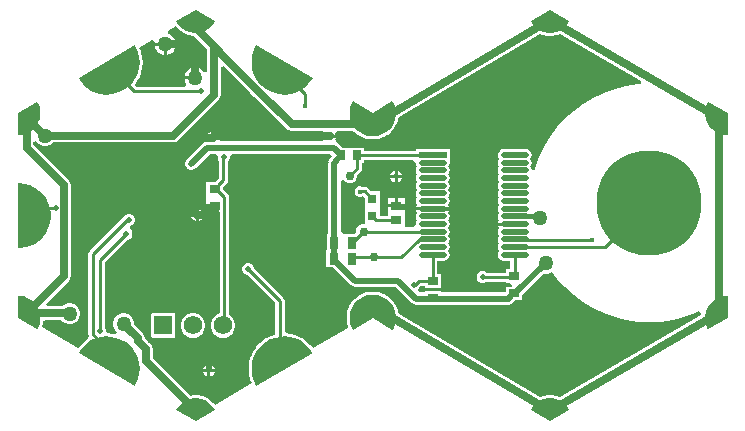
<source format=gbr>
G04*
G04 #@! TF.GenerationSoftware,Altium Limited,Altium Designer,25.8.1 (18)*
G04*
G04 Layer_Physical_Order=1*
G04 Layer_Color=255*
%FSLAX44Y44*%
%MOMM*%
G71*
G04*
G04 #@! TF.SameCoordinates,DC2A109C-38F9-4662-A5C9-921089D2BF11*
G04*
G04*
G04 #@! TF.FilePolarity,Positive*
G04*
G01*
G75*
%ADD15C,0.2540*%
G04:AMPARAMS|DCode=18|XSize=1mm|YSize=1mm|CornerRadius=0.5mm|HoleSize=0mm|Usage=FLASHONLY|Rotation=90.000|XOffset=0mm|YOffset=0mm|HoleType=Round|Shape=RoundedRectangle|*
%AMROUNDEDRECTD18*
21,1,1.0000,0.0000,0,0,90.0*
21,1,0.0000,1.0000,0,0,90.0*
1,1,1.0000,0.0000,0.0000*
1,1,1.0000,0.0000,0.0000*
1,1,1.0000,0.0000,0.0000*
1,1,1.0000,0.0000,0.0000*
%
%ADD18ROUNDEDRECTD18*%
%ADD19R,0.8000X0.8000*%
G04:AMPARAMS|DCode=20|XSize=1mm|YSize=1mm|CornerRadius=0.5mm|HoleSize=0mm|Usage=FLASHONLY|Rotation=210.000|XOffset=0mm|YOffset=0mm|HoleType=Round|Shape=RoundedRectangle|*
%AMROUNDEDRECTD20*
21,1,1.0000,0.0000,0,0,210.0*
21,1,0.0000,1.0000,0,0,210.0*
1,1,1.0000,0.0000,0.0000*
1,1,1.0000,0.0000,0.0000*
1,1,1.0000,0.0000,0.0000*
1,1,1.0000,0.0000,0.0000*
%
%ADD20ROUNDEDRECTD20*%
G04:AMPARAMS|DCode=21|XSize=1mm|YSize=1mm|CornerRadius=0.5mm|HoleSize=0mm|Usage=FLASHONLY|Rotation=150.000|XOffset=0mm|YOffset=0mm|HoleType=Round|Shape=RoundedRectangle|*
%AMROUNDEDRECTD21*
21,1,1.0000,0.0000,0,0,150.0*
21,1,0.0000,1.0000,0,0,150.0*
1,1,1.0000,0.0000,0.0000*
1,1,1.0000,0.0000,0.0000*
1,1,1.0000,0.0000,0.0000*
1,1,1.0000,0.0000,0.0000*
%
%ADD21ROUNDEDRECTD21*%
%ADD22R,0.6587X0.8121*%
%ADD23R,0.9000X0.6500*%
%ADD24R,0.8000X1.0000*%
G04:AMPARAMS|DCode=25|XSize=2.3528mm|YSize=0.4949mm|CornerRadius=0.2475mm|HoleSize=0mm|Usage=FLASHONLY|Rotation=0.000|XOffset=0mm|YOffset=0mm|HoleType=Round|Shape=RoundedRectangle|*
%AMROUNDEDRECTD25*
21,1,2.3528,0.0000,0,0,0.0*
21,1,1.8579,0.4949,0,0,0.0*
1,1,0.4949,0.9290,0.0000*
1,1,0.4949,-0.9290,0.0000*
1,1,0.4949,-0.9290,0.0000*
1,1,0.4949,0.9290,0.0000*
%
%ADD25ROUNDEDRECTD25*%
%ADD26R,2.3528X0.4949*%
%ADD27R,0.8900X0.6400*%
%ADD28R,0.9500X0.8000*%
%ADD29C,8.8900*%
%ADD36R,1.5700X1.5700*%
%ADD37C,1.5700*%
%ADD38C,0.5080*%
%ADD39C,0.3810*%
%ADD40C,0.6350*%
%ADD41C,0.5080*%
%ADD42C,1.2700*%
%ADD43C,0.7620*%
%ADD44C,0.3810*%
G36*
X163910Y164387D02*
X163116Y162923D01*
X161034Y160324D01*
X158522Y158138D01*
X155660Y156435D01*
X152541Y155268D01*
X149264Y154675D01*
X145934D01*
X142657Y155268D01*
X139538Y156435D01*
X136677Y158138D01*
X134165Y160324D01*
X132082Y162923D01*
X131289Y164387D01*
X131289Y164387D01*
X147599Y173778D01*
X163910Y164387D01*
D02*
G37*
G36*
X-136089D02*
X-136883Y162923D01*
X-138966Y160324D01*
X-141478Y158138D01*
X-144339Y156435D01*
X-147458Y155268D01*
X-150735Y154675D01*
X-154065D01*
X-157342Y155268D01*
X-160461Y156435D01*
X-163322Y158138D01*
X-165834Y160324D01*
X-167917Y162923D01*
X-168711Y164387D01*
X-168710Y164387D01*
X-152400Y173778D01*
X-136089Y164387D01*
D02*
G37*
G36*
X224899Y113854D02*
X224302Y111385D01*
X221895Y111266D01*
X212082Y109811D01*
X202460Y107400D01*
X193119Y104058D01*
X184152Y99817D01*
X175643Y94717D01*
X167675Y88808D01*
X160325Y82146D01*
X153663Y74796D01*
X147754Y66828D01*
X142654Y58319D01*
X138412Y49352D01*
X135070Y40011D01*
X134725Y38632D01*
X132142Y38775D01*
X131862Y40182D01*
X130998Y41475D01*
X131862Y42769D01*
X132252Y44725D01*
X131862Y46682D01*
X130998Y47975D01*
X131862Y49269D01*
X132252Y51225D01*
X131862Y53182D01*
X130754Y54841D01*
X129095Y55949D01*
X127139Y56338D01*
X108560D01*
X106603Y55949D01*
X104944Y54841D01*
X103836Y53182D01*
X103447Y51225D01*
X103836Y49269D01*
X104700Y47975D01*
X103836Y46682D01*
X103447Y44725D01*
X103836Y42769D01*
X104700Y41475D01*
X103836Y40182D01*
X103447Y38225D01*
X103836Y36269D01*
X104700Y34975D01*
X103836Y33682D01*
X103447Y31725D01*
X103836Y29769D01*
X104700Y28475D01*
X103836Y27182D01*
X103447Y25225D01*
X103836Y23269D01*
X104700Y21975D01*
X103836Y20682D01*
X103447Y18725D01*
X103836Y16769D01*
X104700Y15475D01*
X103836Y14182D01*
X103447Y12225D01*
X103836Y10269D01*
X104700Y8975D01*
X103836Y7682D01*
X103447Y5725D01*
X103836Y3769D01*
X104700Y2475D01*
X103836Y1182D01*
X103447Y-775D01*
X103836Y-2731D01*
X104700Y-4025D01*
X103836Y-5318D01*
X103699Y-6005D01*
X117849D01*
Y-8545D01*
X103699D01*
X103836Y-9231D01*
X104700Y-10525D01*
X103836Y-11818D01*
X103447Y-13775D01*
X103836Y-15731D01*
X104700Y-17025D01*
X103836Y-18318D01*
X103447Y-20275D01*
X103836Y-22231D01*
X104700Y-23525D01*
X103836Y-24818D01*
X103447Y-26775D01*
X103836Y-28731D01*
X104700Y-30025D01*
X103836Y-31318D01*
X103447Y-33275D01*
X103836Y-35231D01*
X104944Y-36890D01*
X106603Y-37998D01*
X108560Y-38388D01*
X113964D01*
Y-45706D01*
X110069D01*
Y-48487D01*
X93887D01*
X93465Y-48065D01*
X91598Y-47291D01*
X89577D01*
X87710Y-48065D01*
X86281Y-49494D01*
X85508Y-51361D01*
Y-53382D01*
X86281Y-55249D01*
X87710Y-56678D01*
X89577Y-57451D01*
X91598D01*
X93465Y-56678D01*
X93887Y-56256D01*
X110069D01*
Y-57286D01*
X113782D01*
X115140Y-59826D01*
X114886Y-60206D01*
X110069D01*
Y-64534D01*
X109633Y-65187D01*
X55571D01*
Y-64362D01*
X41491D01*
Y-65187D01*
X37527D01*
X35665Y-63031D01*
X35668Y-63016D01*
X37097Y-61587D01*
X37806Y-59874D01*
X38005Y-59675D01*
X41491D01*
Y-61442D01*
X55571D01*
Y-49862D01*
X52231D01*
Y-38388D01*
X57636D01*
X59592Y-37998D01*
X61251Y-36890D01*
X62359Y-35231D01*
X62749Y-33275D01*
X62359Y-31318D01*
X61495Y-30025D01*
X62359Y-28731D01*
X62749Y-26775D01*
X62359Y-24818D01*
X61495Y-23525D01*
X62359Y-22231D01*
X62749Y-20275D01*
X62359Y-18318D01*
X61495Y-17025D01*
X62359Y-15731D01*
X62749Y-13775D01*
X62359Y-11818D01*
X61495Y-10525D01*
X62359Y-9231D01*
X62749Y-7275D01*
X62359Y-5318D01*
X61495Y-4025D01*
X62359Y-2731D01*
X62749Y-775D01*
X62359Y1182D01*
X61495Y2475D01*
X62359Y3769D01*
X62496Y4455D01*
X34197D01*
X34333Y3769D01*
X35197Y2475D01*
X34333Y1182D01*
X33944Y-775D01*
X34333Y-2731D01*
X35197Y-4025D01*
X34333Y-5318D01*
X33944Y-7275D01*
X33959Y-7350D01*
X31951Y-9890D01*
X24841D01*
Y1752D01*
Y7022D01*
X10261D01*
Y-323D01*
X3798D01*
Y5058D01*
X3798Y5678D01*
Y7598D01*
X3798Y8218D01*
Y20678D01*
X-3789D01*
X-6165Y23054D01*
X-7425Y23896D01*
X-8911Y24192D01*
X-11173D01*
X-12361Y24684D01*
X-14129D01*
X-15763Y24007D01*
X-17013Y22757D01*
X-17690Y21123D01*
Y19354D01*
X-17013Y17721D01*
X-15763Y16470D01*
X-14129Y15794D01*
X-12361D01*
X-11406Y16189D01*
X-9282Y14664D01*
Y8218D01*
X-9282Y7598D01*
Y5678D01*
X-9282Y5058D01*
Y-7332D01*
X-11209D01*
X-13543Y-8298D01*
X-15329Y-10085D01*
X-16296Y-12419D01*
Y-14044D01*
X-17755Y-15503D01*
X-25721D01*
X-26341Y-15503D01*
Y-15503D01*
X-27081D01*
X-29622Y-13527D01*
Y29378D01*
X-27187Y29908D01*
X-27081Y29909D01*
X-25313Y28141D01*
X-22979Y27174D01*
X-20453D01*
X-18119Y28141D01*
X-16333Y29927D01*
X-15366Y32261D01*
Y34471D01*
X-12710Y37128D01*
X-11868Y38388D01*
X-11572Y39875D01*
Y44295D01*
X-9623D01*
Y47011D01*
X31952D01*
X33944Y44725D01*
X34333Y42769D01*
X35197Y41475D01*
X34333Y40182D01*
X33944Y38225D01*
X34333Y36269D01*
X35197Y34975D01*
X34333Y33682D01*
X33944Y31725D01*
X34333Y29769D01*
X35197Y28475D01*
X34333Y27182D01*
X33944Y25225D01*
X34333Y23269D01*
X35197Y21975D01*
X34333Y20682D01*
X33944Y18725D01*
X34333Y16769D01*
X35197Y15475D01*
X34333Y14182D01*
X33944Y12225D01*
X34333Y10269D01*
X35197Y8975D01*
X34333Y7682D01*
X34197Y6995D01*
X62496D01*
X62359Y7682D01*
X61495Y8975D01*
X62359Y10269D01*
X62749Y12225D01*
X62359Y14182D01*
X61495Y15475D01*
X62359Y16769D01*
X62749Y18725D01*
X62359Y20682D01*
X61495Y21975D01*
X62359Y23269D01*
X62749Y25225D01*
X62359Y27182D01*
X61495Y28475D01*
X62359Y29769D01*
X62749Y31725D01*
X62359Y33682D01*
X61495Y34975D01*
X62359Y36269D01*
X62749Y38225D01*
X62359Y40182D01*
X61495Y41475D01*
X62359Y42769D01*
X62749Y44725D01*
X62650Y46211D01*
X62650D01*
Y56240D01*
X34042D01*
Y54780D01*
X-9623D01*
Y57496D01*
X-21290D01*
Y57496D01*
X-23157D01*
Y57496D01*
X-28267D01*
X-31953Y61182D01*
X-33299Y62082D01*
X-33808Y63005D01*
X-34314Y65030D01*
X-33910Y66006D01*
X-43855D01*
X-43537Y65240D01*
X-44623Y63072D01*
X-45025Y62699D01*
X-131048D01*
X-132704Y64505D01*
X-143259D01*
X-144592Y62305D01*
X-146272Y61182D01*
X-146273Y61182D01*
X-159782Y47673D01*
X-160066Y47249D01*
X-160426Y46888D01*
X-160622Y46417D01*
X-160905Y45992D01*
X-161005Y45492D01*
X-161200Y45021D01*
Y44511D01*
X-161299Y44010D01*
X-161200Y43510D01*
Y43000D01*
X-161005Y42529D01*
X-160905Y42028D01*
X-160622Y41604D01*
X-160426Y41133D01*
X-160066Y40772D01*
X-159782Y40348D01*
X-159358Y40064D01*
X-158997Y39704D01*
X-158526Y39509D01*
X-158102Y39225D01*
X-157601Y39125D01*
X-157130Y38930D01*
X-156620D01*
X-156120Y38831D01*
X-155619Y38930D01*
X-155109D01*
X-154638Y39125D01*
X-154138Y39225D01*
X-153714Y39509D01*
X-153242Y39704D01*
X-152881Y40064D01*
X-152457Y40348D01*
X-140465Y52340D01*
X-135711D01*
X-133771Y50386D01*
Y48365D01*
X-132997Y46498D01*
X-132701Y46202D01*
Y31321D01*
X-135815Y28207D01*
X-135940Y28020D01*
X-143238D01*
Y16560D01*
X-143238Y16540D01*
X-143238D01*
Y14020D01*
X-143238D01*
Y9550D01*
X-136248D01*
Y8280D01*
X-134978D01*
Y2540D01*
X-131873D01*
Y-82969D01*
X-133189Y-83322D01*
X-135558Y-84689D01*
X-137492Y-86624D01*
X-138860Y-88993D01*
X-139568Y-91636D01*
Y-94371D01*
X-138860Y-97014D01*
X-137492Y-99383D01*
X-135558Y-101318D01*
X-133189Y-102685D01*
X-130546Y-103393D01*
X-127810D01*
X-125168Y-102685D01*
X-122799Y-101318D01*
X-120864Y-99383D01*
X-119496Y-97014D01*
X-118788Y-94371D01*
Y-91636D01*
X-119496Y-88993D01*
X-120864Y-86624D01*
X-122799Y-84689D01*
X-124103Y-83936D01*
Y15270D01*
X-124399Y16757D01*
X-125241Y18017D01*
X-129258Y22034D01*
Y23777D01*
X-126069Y26965D01*
X-125227Y28226D01*
X-124931Y29712D01*
Y45951D01*
X-124384Y46498D01*
X-123611Y48365D01*
Y50386D01*
X-121671Y52340D01*
X-38463D01*
X-37164Y50048D01*
X-38351Y48861D01*
X-39474Y47180D01*
X-39868Y45198D01*
X-39837Y45041D01*
X-39980Y44318D01*
Y-15503D01*
X-41341D01*
Y-28902D01*
X-41741D01*
Y-43982D01*
X-35986D01*
X-21037Y-58932D01*
X-19356Y-60054D01*
X-17374Y-60449D01*
X17204D01*
X30784Y-74029D01*
X30784Y-74029D01*
X32464Y-75151D01*
X34446Y-75546D01*
X41491D01*
Y-75942D01*
X55571D01*
Y-75546D01*
X112391D01*
X114373Y-75151D01*
X116054Y-74029D01*
X116650Y-73137D01*
X117542Y-72541D01*
X118046Y-71786D01*
X124149D01*
Y-67531D01*
X142523Y-49157D01*
X143252Y-49352D01*
X145593D01*
X147854Y-48746D01*
X149474Y-47811D01*
X153663Y-53460D01*
X160325Y-60810D01*
X167675Y-67472D01*
X175643Y-73381D01*
X184152Y-78481D01*
X193119Y-82723D01*
X202460Y-86065D01*
X212082Y-88475D01*
X221895Y-89930D01*
X231803Y-90417D01*
X241711Y-89930D01*
X251524Y-88475D01*
X261146Y-86065D01*
X270487Y-82723D01*
X273539Y-81279D01*
X275847Y-82937D01*
X275661Y-84554D01*
X155817Y-153728D01*
X153449Y-152842D01*
X153219Y-152805D01*
X153003Y-152719D01*
X149726Y-152126D01*
X149493Y-152130D01*
X149264Y-152085D01*
X145934D01*
X145706Y-152130D01*
X145473Y-152126D01*
X142196Y-152719D01*
X141980Y-152805D01*
X141750Y-152842D01*
X139500Y-153684D01*
X19459Y-83178D01*
X19127Y-81211D01*
X19044Y-80994D01*
X19009Y-80764D01*
X17823Y-77473D01*
X17703Y-77273D01*
X17628Y-77053D01*
X15875Y-74025D01*
X15722Y-73851D01*
X15609Y-73647D01*
X13346Y-70980D01*
X13163Y-70835D01*
X13016Y-70655D01*
X10314Y-68432D01*
X10109Y-68322D01*
X9932Y-68172D01*
X6878Y-66465D01*
X6657Y-66393D01*
X6456Y-66276D01*
X3147Y-65140D01*
X2917Y-65109D01*
X2698Y-65029D01*
X-760Y-64499D01*
X-992Y-64510D01*
X-1221Y-64471D01*
X-2400Y-64502D01*
X-3579Y-64471D01*
X-3808Y-64510D01*
X-4041Y-64499D01*
X-7499Y-65029D01*
X-7718Y-65109D01*
X-7948Y-65140D01*
X-11257Y-66276D01*
X-11458Y-66393D01*
X-11679Y-66465D01*
X-14733Y-68172D01*
X-14910Y-68322D01*
X-15115Y-68432D01*
X-17817Y-70655D01*
X-17964Y-70835D01*
X-18146Y-70980D01*
X-20410Y-73647D01*
X-20522Y-73851D01*
X-20676Y-74025D01*
X-22429Y-77053D01*
X-22504Y-77273D01*
X-22624Y-77472D01*
X-23810Y-80764D01*
X-23845Y-80994D01*
X-23928Y-81211D01*
X-24509Y-84661D01*
X-24503Y-84893D01*
X-24545Y-85122D01*
X-24505Y-88620D01*
X-24457Y-88848D01*
X-24458Y-89080D01*
X-23796Y-92516D01*
X-23708Y-92731D01*
X-23668Y-92960D01*
X-22928Y-94871D01*
X-52999Y-112232D01*
X-55041Y-109623D01*
X-55198Y-109488D01*
X-55320Y-109320D01*
X-58532Y-106340D01*
X-58708Y-106232D01*
X-58854Y-106086D01*
X-62498Y-103652D01*
X-62689Y-103572D01*
X-62856Y-103451D01*
X-66839Y-101624D01*
X-67040Y-101576D01*
X-67225Y-101483D01*
X-71446Y-100309D01*
X-71652Y-100294D01*
X-71849Y-100231D01*
X-76203Y-99740D01*
X-77014Y-97429D01*
Y-72229D01*
X-77310Y-70742D01*
X-78152Y-69482D01*
X-102846Y-44788D01*
Y-44337D01*
X-103619Y-42470D01*
X-105048Y-41041D01*
X-106915Y-40268D01*
X-108936D01*
X-110803Y-41041D01*
X-112233Y-42470D01*
X-113006Y-44337D01*
Y-46358D01*
X-112233Y-48225D01*
X-110803Y-49654D01*
X-108936Y-50428D01*
X-108194D01*
X-84784Y-73838D01*
Y-100688D01*
X-85688Y-100876D01*
X-85878Y-100957D01*
X-86082Y-100992D01*
X-90176Y-102553D01*
X-90351Y-102663D01*
X-90547Y-102730D01*
X-94342Y-104919D01*
X-94498Y-105056D01*
X-94681Y-105152D01*
X-98081Y-107914D01*
X-98214Y-108074D01*
X-98379Y-108198D01*
X-101300Y-111464D01*
X-101405Y-111642D01*
X-101549Y-111791D01*
X-103916Y-115478D01*
X-103992Y-115670D01*
X-104110Y-115840D01*
X-105864Y-119855D01*
X-105908Y-120057D01*
X-105998Y-120244D01*
X-107095Y-124486D01*
X-107107Y-124692D01*
X-107166Y-124890D01*
X-107578Y-129252D01*
X-107557Y-129458D01*
X-107584Y-129663D01*
X-107300Y-134036D01*
X-107247Y-134235D01*
X-107241Y-134442D01*
X-106269Y-138715D01*
X-106185Y-138904D01*
X-106146Y-139107D01*
X-104903Y-142198D01*
X-135853Y-160067D01*
X-136945Y-158705D01*
X-137123Y-158555D01*
X-137266Y-158371D01*
X-139778Y-156185D01*
X-139980Y-156069D01*
X-140153Y-155913D01*
X-143014Y-154210D01*
X-143233Y-154132D01*
X-143432Y-154009D01*
X-146551Y-152842D01*
X-146780Y-152805D01*
X-146997Y-152719D01*
X-150274Y-152126D01*
X-150507Y-152130D01*
X-150735Y-152085D01*
X-154065D01*
X-154293Y-152130D01*
X-154526Y-152126D01*
X-156818Y-152541D01*
X-188615Y-120744D01*
Y-113098D01*
X-189058Y-110869D01*
X-190322Y-108978D01*
X-195336Y-103963D01*
Y-103866D01*
X-195780Y-101636D01*
X-197043Y-99746D01*
X-204486Y-92303D01*
Y-90483D01*
X-205092Y-88222D01*
X-206262Y-86195D01*
X-207917Y-84539D01*
X-209944Y-83369D01*
X-212206Y-82763D01*
X-214546D01*
X-216807Y-83369D01*
X-218834Y-84539D01*
X-220490Y-86195D01*
X-221660Y-88222D01*
X-222266Y-90483D01*
Y-92824D01*
X-221660Y-95085D01*
X-220490Y-97112D01*
X-219349Y-98252D01*
X-220551Y-100596D01*
X-223330Y-100015D01*
X-223537Y-100013D01*
X-223738Y-99963D01*
X-225612Y-99874D01*
X-227906Y-98774D01*
X-227906Y-96753D01*
X-228679Y-94886D01*
X-229101Y-94464D01*
Y-39283D01*
X-210473Y-20655D01*
X-209877D01*
X-208010Y-19882D01*
X-206581Y-18453D01*
X-205807Y-16586D01*
Y-14565D01*
X-206581Y-12698D01*
X-208010Y-11269D01*
X-208070Y-11244D01*
X-207994Y-9336D01*
X-207767Y-8620D01*
X-206101Y-7930D01*
X-204672Y-6501D01*
X-203899Y-4634D01*
Y-2613D01*
X-204672Y-746D01*
X-206101Y683D01*
X-207968Y1456D01*
X-209989D01*
X-211856Y683D01*
X-213285Y-746D01*
X-213615Y-1542D01*
X-242083Y-30010D01*
X-242925Y-31270D01*
X-243221Y-32757D01*
Y-100394D01*
X-242925Y-101881D01*
X-243867Y-104747D01*
X-243933Y-104806D01*
X-245878Y-106104D01*
X-246025Y-106250D01*
X-246201Y-106359D01*
X-249415Y-109337D01*
X-249536Y-109504D01*
X-249693Y-109639D01*
X-251749Y-112262D01*
X-282750Y-94364D01*
X-282116Y-92738D01*
X-282076Y-92509D01*
X-281987Y-92294D01*
X-281350Y-89025D01*
X-278853Y-88683D01*
X-265993D01*
X-264451Y-90225D01*
X-262424Y-91396D01*
X-260163Y-92002D01*
X-257822D01*
X-255561Y-91396D01*
X-253534Y-90225D01*
X-251879Y-88570D01*
X-250708Y-86543D01*
X-250103Y-84282D01*
Y-81941D01*
X-250708Y-79680D01*
X-251879Y-77653D01*
X-253534Y-75998D01*
X-255561Y-74828D01*
X-257822Y-74222D01*
X-260163D01*
X-262424Y-74828D01*
X-264451Y-75998D01*
X-265482Y-77029D01*
X-278337D01*
X-279309Y-74683D01*
X-259951Y-55325D01*
X-258688Y-53434D01*
X-258245Y-51204D01*
Y25628D01*
X-258688Y27857D01*
X-259951Y29748D01*
X-289641Y59438D01*
Y62165D01*
X-287101Y62846D01*
X-286714Y62175D01*
X-285059Y60520D01*
X-283032Y59350D01*
X-280771Y58744D01*
X-278430D01*
X-276169Y59350D01*
X-274142Y60520D01*
X-272855Y61807D01*
X-171571D01*
X-169341Y62251D01*
X-167450Y63514D01*
X-132688Y98276D01*
X-131425Y100166D01*
X-130981Y102396D01*
Y125906D01*
X-128623Y126849D01*
X-106447Y103580D01*
X-106389Y103539D01*
X-106349Y103479D01*
X-103001Y100132D01*
X-102944Y100093D01*
X-102905Y100037D01*
X-74907Y73306D01*
X-74003Y72732D01*
X-73113Y72137D01*
X-73046Y72124D01*
X-72988Y72087D01*
X-71933Y71903D01*
X-70883Y71694D01*
X-68253Y71694D01*
X-45091D01*
X-44872Y71516D01*
X-43603Y69154D01*
X-43855Y68546D01*
X-33910D01*
X-34162Y69154D01*
X-32893Y71516D01*
X-32674Y71694D01*
X-18752D01*
X-18146Y70980D01*
X-17964Y70835D01*
X-17817Y70655D01*
X-15115Y68432D01*
X-14910Y68322D01*
X-14733Y68172D01*
X-11679Y66465D01*
X-11458Y66393D01*
X-11257Y66276D01*
X-7948Y65140D01*
X-7717Y65109D01*
X-7499Y65029D01*
X-4041Y64499D01*
X-3808Y64510D01*
X-3579Y64471D01*
X-2400Y64502D01*
X-1221Y64471D01*
X-992Y64510D01*
X-760Y64499D01*
X2698Y65029D01*
X2917Y65109D01*
X3147Y65140D01*
X6456Y66276D01*
X6657Y66393D01*
X6878Y66465D01*
X9932Y68172D01*
X10109Y68322D01*
X10314Y68432D01*
X13016Y70655D01*
X13163Y70835D01*
X13346Y70980D01*
X15609Y73647D01*
X15722Y73851D01*
X15875Y74025D01*
X17628Y77053D01*
X17703Y77273D01*
X17823Y77472D01*
X19009Y80764D01*
X19044Y80994D01*
X19127Y81211D01*
X19459Y83178D01*
X139500Y153684D01*
X141750Y152842D01*
X141980Y152805D01*
X142196Y152719D01*
X145473Y152126D01*
X145706Y152130D01*
X145934Y152085D01*
X149264D01*
X149493Y152130D01*
X149726Y152126D01*
X153003Y152719D01*
X153219Y152805D01*
X153449Y152842D01*
X155817Y153728D01*
X224899Y113854D01*
D02*
G37*
G36*
X-167855Y158705D02*
X-167677Y158555D01*
X-167534Y158371D01*
X-165022Y156185D01*
X-164820Y156069D01*
X-164647Y155913D01*
X-161786Y154209D01*
X-161567Y154132D01*
X-161369Y154009D01*
X-158250Y152842D01*
X-158020Y152805D01*
X-157803Y152719D01*
X-154526Y152126D01*
X-154293Y152130D01*
X-154065Y152085D01*
X-153688D01*
X-146116Y144513D01*
X-142635Y141032D01*
Y121783D01*
X-145175Y121102D01*
X-145736Y122074D01*
X-147392Y123729D01*
X-149419Y124899D01*
X-151580Y125478D01*
Y116615D01*
X-152850D01*
Y115345D01*
X-161713D01*
X-161134Y113184D01*
X-160134Y111451D01*
X-160478Y110300D01*
X-161311Y108911D01*
X-202376D01*
X-204037Y110864D01*
X-203500Y111464D01*
X-203395Y111642D01*
X-203251Y111791D01*
X-200884Y115478D01*
X-200808Y115670D01*
X-200690Y115840D01*
X-198936Y119855D01*
X-198892Y120057D01*
X-198802Y120244D01*
X-197705Y124486D01*
X-197693Y124692D01*
X-197634Y124890D01*
X-197222Y129252D01*
X-197243Y129458D01*
X-197216Y129663D01*
X-197500Y134036D01*
X-197553Y134235D01*
X-197559Y134442D01*
X-198531Y138715D01*
X-198615Y138904D01*
X-198654Y139107D01*
X-199897Y142198D01*
X-189097Y148434D01*
X-186916Y146760D01*
X-187046Y146272D01*
X-169320D01*
X-169899Y148434D01*
X-171069Y150461D01*
X-172724Y152116D01*
X-174751Y153287D01*
X-175339Y153444D01*
X-175698Y156170D01*
X-168947Y160067D01*
X-167855Y158705D01*
D02*
G37*
G36*
X-53382Y116601D02*
X-54443Y114685D01*
X-57145Y111236D01*
X-60359Y108258D01*
X-64004Y105827D01*
X-67987Y104003D01*
X-72209Y102831D01*
X-76563Y102343D01*
X-80940Y102550D01*
X-85228Y103447D01*
X-89321Y105010D01*
X-93115Y107202D01*
X-96514Y109967D01*
X-99432Y113234D01*
X-101798Y116923D01*
X-103549Y120939D01*
X-104643Y125181D01*
X-105052Y129543D01*
X-104766Y133915D01*
X-103791Y138187D01*
X-102153Y142250D01*
X-101023Y144127D01*
X-101023D01*
X-53382Y116601D01*
D02*
G37*
G36*
X-202692Y142205D02*
X-201056Y138140D01*
X-200084Y133868D01*
X-199801Y129496D01*
X-200212Y125134D01*
X-201309Y120892D01*
X-203063Y116877D01*
X-205431Y113190D01*
X-208351Y109925D01*
X-211752Y107162D01*
X-215547Y104973D01*
X-219641Y103411D01*
X-223930Y102517D01*
X-228307Y102313D01*
X-232660Y102804D01*
X-236882Y103978D01*
X-240864Y105805D01*
X-244507Y108239D01*
X-247719Y111219D01*
X-250419Y114669D01*
X-251479Y116586D01*
X-251479Y116586D01*
X-203821Y144082D01*
X-202692Y142205D01*
D02*
G37*
G36*
X298130Y86890D02*
X298152Y68069D01*
X296488Y68025D01*
X293196Y68529D01*
X290047Y69612D01*
X287141Y71238D01*
X284571Y73355D01*
X282419Y75897D01*
X280753Y78781D01*
X279629Y81915D01*
X279080Y85200D01*
X279125Y88529D01*
X279762Y91798D01*
X280971Y94901D01*
X281842Y96320D01*
X281842D01*
X298130Y86890D01*
D02*
G37*
G36*
X-285738Y94901D02*
X-284529Y91798D01*
X-283892Y88529D01*
X-283847Y85200D01*
X-284396Y81915D01*
X-285521Y78781D01*
X-287186Y75897D01*
X-289338Y73355D01*
X-291908Y71238D01*
X-294814Y69612D01*
X-297964Y68529D01*
X-301255Y68025D01*
X-302920Y68069D01*
Y68069D01*
X-302897Y86890D01*
X-286609Y96320D01*
X-285738Y94901D01*
D02*
G37*
G36*
X-2400Y87176D02*
X14278Y96781D01*
X15189Y95288D01*
X16452Y92025D01*
X17114Y88590D01*
X17155Y85092D01*
X16573Y81642D01*
X15387Y78351D01*
X13634Y75323D01*
X11371Y72655D01*
X8669Y70432D01*
X5615Y68726D01*
X2306Y67589D01*
X-1152Y67059D01*
X-2400Y67093D01*
X-3649Y67059D01*
X-7107Y67589D01*
X-10416Y68726D01*
X-13470Y70432D01*
X-16171Y72655D01*
X-18435Y75323D01*
X-20187Y78351D01*
X-21374Y81642D01*
X-21956Y85092D01*
X-21915Y88590D01*
X-21253Y92025D01*
X-19990Y95288D01*
X-19079Y96781D01*
Y96781D01*
X-2400Y87176D01*
D02*
G37*
G36*
X-296410Y26904D02*
X-292224Y25609D01*
X-288296Y23669D01*
X-284724Y21131D01*
X-281599Y18060D01*
X-278999Y14534D01*
X-276990Y10640D01*
X-275622Y6478D01*
X-274930Y2152D01*
X-274932Y-2230D01*
X-275626Y-6556D01*
X-276997Y-10717D01*
X-279008Y-14609D01*
X-281610Y-18134D01*
X-284737Y-21203D01*
X-288311Y-23738D01*
X-292240Y-25676D01*
X-296427Y-26968D01*
X-300765Y-27581D01*
X-302955Y-27541D01*
Y-27541D01*
X-302938Y27480D01*
X-300748Y27520D01*
X-296410Y26904D01*
D02*
G37*
G36*
X2306Y-67589D02*
X5615Y-68726D01*
X8669Y-70432D01*
X11371Y-72655D01*
X13634Y-75323D01*
X15387Y-78351D01*
X16573Y-81642D01*
X17155Y-85092D01*
X17114Y-88590D01*
X16452Y-92025D01*
X15189Y-95288D01*
X14278Y-96781D01*
X-2400Y-87176D01*
X-19079Y-96781D01*
X-19990Y-95288D01*
X-21253Y-92025D01*
X-21915Y-88590D01*
X-21956Y-85092D01*
X-21374Y-81642D01*
X-20187Y-78351D01*
X-18435Y-75323D01*
X-16171Y-72655D01*
X-13470Y-70432D01*
X-10416Y-68726D01*
X-7107Y-67589D01*
X-3649Y-67059D01*
X-2400Y-67093D01*
X-1152Y-67059D01*
X2306Y-67589D01*
D02*
G37*
G36*
X298152Y-68069D02*
X298152Y-68069D01*
X298130Y-86890D01*
X281842Y-96320D01*
X280971Y-94901D01*
X279762Y-91798D01*
X279125Y-88529D01*
X279080Y-85200D01*
X279629Y-81915D01*
X280753Y-78781D01*
X282419Y-75897D01*
X284571Y-73355D01*
X287141Y-71238D01*
X290047Y-69612D01*
X293196Y-68529D01*
X296488Y-68025D01*
X298152Y-68069D01*
D02*
G37*
G36*
X-297964Y-68529D02*
X-294814Y-69612D01*
X-291908Y-71238D01*
X-289338Y-73355D01*
X-287186Y-75897D01*
X-285521Y-78781D01*
X-284396Y-81915D01*
X-283847Y-85200D01*
X-283892Y-88529D01*
X-284529Y-91798D01*
X-285738Y-94901D01*
X-286609Y-96320D01*
X-286609Y-96320D01*
X-302897Y-86890D01*
X-302920Y-68069D01*
X-301255Y-68025D01*
X-297964Y-68529D01*
D02*
G37*
G36*
X14278Y-96781D02*
X14278D01*
D01*
X14278D01*
D02*
G37*
G36*
X-72140Y-102804D02*
X-67918Y-103978D01*
X-63936Y-105805D01*
X-60293Y-108239D01*
X-57081Y-111219D01*
X-54381Y-114669D01*
X-53321Y-116586D01*
X-100979Y-144082D01*
X-102108Y-142205D01*
X-103744Y-138140D01*
X-104716Y-133868D01*
X-105000Y-129496D01*
X-104588Y-125134D01*
X-103491Y-120892D01*
X-101737Y-116877D01*
X-99369Y-113190D01*
X-96449Y-109925D01*
X-93048Y-107162D01*
X-89253Y-104973D01*
X-85159Y-103411D01*
X-80870Y-102517D01*
X-76493Y-102313D01*
X-72140Y-102804D01*
D02*
G37*
G36*
X-223860Y-102550D02*
X-219572Y-103447D01*
X-215479Y-105011D01*
X-211685Y-107202D01*
X-208286Y-109967D01*
X-205368Y-113234D01*
X-203002Y-116923D01*
X-201251Y-120939D01*
X-200157Y-125181D01*
X-199748Y-129543D01*
X-200034Y-133915D01*
X-201009Y-138187D01*
X-202647Y-142250D01*
X-203777Y-144127D01*
Y-144127D01*
X-251418Y-116601D01*
X-250357Y-114685D01*
X-247655Y-111236D01*
X-244441Y-108259D01*
X-240796Y-105827D01*
X-236813Y-104003D01*
X-232591Y-102831D01*
X-228237Y-102343D01*
X-223860Y-102550D01*
D02*
G37*
G36*
X152541Y-155268D02*
X155660Y-156435D01*
X158522Y-158139D01*
X161034Y-160324D01*
X163116Y-162923D01*
X163910Y-164387D01*
X147599Y-173778D01*
X131289Y-164387D01*
X132082Y-162923D01*
X134165Y-160324D01*
X136677Y-158139D01*
X139538Y-156435D01*
X142657Y-155268D01*
X145934Y-154675D01*
X149264D01*
X152541Y-155268D01*
D02*
G37*
G36*
X-147458D02*
X-144339Y-156435D01*
X-141478Y-158139D01*
X-138966Y-160324D01*
X-136883Y-162923D01*
X-136089Y-164387D01*
X-152400Y-173778D01*
X-168711Y-164387D01*
X-167917Y-162923D01*
X-165834Y-160324D01*
X-163322Y-158139D01*
X-160461Y-156435D01*
X-157342Y-155268D01*
X-154065Y-154675D01*
X-150735D01*
X-147458Y-155268D01*
D02*
G37*
%LPC*%
G36*
X-136752Y70747D02*
Y67045D01*
X-133049D01*
X-133715Y68653D01*
X-135144Y70082D01*
X-136752Y70747D01*
D02*
G37*
G36*
X-139292D02*
X-140899Y70082D01*
X-142329Y68653D01*
X-142994Y67045D01*
X-139292D01*
Y70747D01*
D02*
G37*
G36*
X18586Y37982D02*
Y34280D01*
X22289D01*
X21623Y35887D01*
X20194Y37317D01*
X18586Y37982D01*
D02*
G37*
G36*
X16046D02*
X14439Y37317D01*
X13010Y35887D01*
X12344Y34280D01*
X16046D01*
Y37982D01*
D02*
G37*
G36*
X22289Y31740D02*
X18586D01*
Y28037D01*
X20194Y28703D01*
X21623Y30132D01*
X22289Y31740D01*
D02*
G37*
G36*
X16046D02*
X12344D01*
X13010Y30132D01*
X14439Y28703D01*
X16046Y28037D01*
Y31740D01*
D02*
G37*
G36*
X24841Y14832D02*
X18821D01*
Y9562D01*
X24841D01*
Y14832D01*
D02*
G37*
G36*
X16281D02*
X10261D01*
Y9562D01*
X16281D01*
Y14832D01*
D02*
G37*
G36*
X-137518Y7010D02*
X-143238D01*
Y2540D01*
X-137518D01*
Y7010D01*
D02*
G37*
G36*
X-149635Y5044D02*
Y1342D01*
X-145933D01*
X-146599Y2949D01*
X-148027Y4378D01*
X-149635Y5044D01*
D02*
G37*
G36*
X-152175D02*
X-153783Y4378D01*
X-155212Y2949D01*
X-155878Y1342D01*
X-152175D01*
Y5044D01*
D02*
G37*
G36*
X-145933Y-1198D02*
X-149635D01*
Y-4901D01*
X-148027Y-4235D01*
X-146599Y-2806D01*
X-145933Y-1198D01*
D02*
G37*
G36*
X-152175D02*
X-155878D01*
X-155212Y-2806D01*
X-153783Y-4235D01*
X-152175Y-4901D01*
Y-1198D01*
D02*
G37*
G36*
X-153210Y-82613D02*
X-155946D01*
X-158589Y-83322D01*
X-160958Y-84689D01*
X-162892Y-86624D01*
X-164260Y-88993D01*
X-164968Y-91636D01*
Y-94371D01*
X-164260Y-97014D01*
X-162892Y-99383D01*
X-160958Y-101318D01*
X-158589Y-102685D01*
X-155946Y-103393D01*
X-153210D01*
X-150568Y-102685D01*
X-148199Y-101318D01*
X-146264Y-99383D01*
X-144896Y-97014D01*
X-144188Y-94371D01*
Y-91636D01*
X-144896Y-88993D01*
X-146264Y-86624D01*
X-148199Y-84689D01*
X-150568Y-83322D01*
X-153210Y-82613D01*
D02*
G37*
G36*
X-169588D02*
X-190368D01*
Y-103393D01*
X-169588D01*
Y-82613D01*
D02*
G37*
G36*
X-139807Y-126224D02*
Y-129927D01*
X-136105D01*
X-136771Y-128319D01*
X-138200Y-126890D01*
X-139807Y-126224D01*
D02*
G37*
G36*
X-142347D02*
X-143955Y-126890D01*
X-145384Y-128319D01*
X-146050Y-129927D01*
X-142347D01*
Y-126224D01*
D02*
G37*
G36*
X-136105Y-132467D02*
X-139807D01*
Y-136169D01*
X-138200Y-135504D01*
X-136771Y-134074D01*
X-136105Y-132467D01*
D02*
G37*
G36*
X-142347D02*
X-146050D01*
X-145384Y-134074D01*
X-143955Y-135504D01*
X-142347Y-136169D01*
Y-132467D01*
D02*
G37*
G36*
X-169320Y143733D02*
X-176913D01*
Y136139D01*
X-174751Y136718D01*
X-172724Y137889D01*
X-171069Y139544D01*
X-169899Y141571D01*
X-169320Y143733D01*
D02*
G37*
G36*
X-179453D02*
X-187046D01*
X-186467Y141571D01*
X-185297Y139544D01*
X-183641Y137889D01*
X-181614Y136718D01*
X-179453Y136139D01*
Y143733D01*
D02*
G37*
G36*
X-154120Y125478D02*
X-156281Y124899D01*
X-158309Y123729D01*
X-159964Y122074D01*
X-161134Y120047D01*
X-161713Y117885D01*
X-154120D01*
Y125478D01*
D02*
G37*
%LPD*%
D15*
X-128816Y29712D02*
Y49167D01*
X-133068Y25460D02*
X-128816Y29712D01*
X-133068Y24210D02*
Y25460D01*
X-134998Y22280D02*
X-133068Y24210D01*
X-136248Y22280D02*
X-134998D01*
X-127988Y15270D01*
Y-91813D02*
Y15270D01*
X-137498Y8280D02*
X-136248D01*
X-129178Y-93003D02*
X-127988Y-91813D01*
X137073Y-775D02*
X138123Y-1824D01*
X138810D01*
X-35201Y-37442D02*
Y-36442D01*
X113879Y-67976D02*
X115859Y-65996D01*
X118359D01*
X33477Y-58709D02*
X36396Y-55790D01*
X48392D01*
X32790Y-58709D02*
X33477D01*
X48392Y-55790D02*
X48531Y-55652D01*
X48346Y-55571D02*
Y-33275D01*
X-223103Y123901D02*
X-204228Y105027D01*
X-148133D01*
X-223901Y123901D02*
X-223103D01*
X-148133Y105027D02*
X-148127Y105032D01*
X-138022Y65775D02*
X-137583D01*
X17241Y33221D02*
X17551Y32910D01*
X76598Y5725D02*
X89598Y-7275D01*
X48346Y5725D02*
X76598D01*
X48131Y5941D02*
X48346Y5725D01*
X19903Y5941D02*
X48131D01*
X89598Y-7275D02*
X117849D01*
X17551Y8292D02*
Y32910D01*
Y8292D02*
X19903Y5941D01*
X-150905Y72D02*
X-150419Y558D01*
X48016Y50896D02*
X48346Y51225D01*
X-15457Y50896D02*
X48016D01*
X-15457Y39875D02*
Y50896D01*
X-21990Y33342D02*
X-15457Y39875D01*
X117109Y-51496D02*
X117849Y-50756D01*
Y-33275D01*
X90588Y-52371D02*
X116234D01*
X117109Y-51496D01*
X-232986Y-37674D02*
X-210893Y-15581D01*
X-232986Y-97764D02*
Y-37674D01*
X-108130Y-44998D02*
X-80899Y-72229D01*
Y-123901D02*
Y-72229D01*
X-282470Y0D02*
X-276509Y5962D01*
X-270587D02*
X-270422Y6127D01*
X-276509Y5962D02*
X-270587D01*
X-295501Y0D02*
X-282470D01*
X38159Y-20275D02*
X48346D01*
X37944Y-20490D02*
X38159Y-20275D01*
X36454Y-20490D02*
X37944D01*
X21434Y-35509D02*
X36454Y-20490D01*
X-19268Y-35509D02*
X21434D01*
X-20201Y-36442D02*
X-19268Y-35509D01*
X-239336Y-32757D02*
X-210736Y-4157D01*
X-235560Y-104171D02*
X-230820D01*
X-239336Y-100394D02*
Y-32757D01*
Y-100394D02*
X-235560Y-104171D01*
X-230820D02*
X-223901Y-111090D01*
Y-123901D02*
Y-111090D01*
X-210200Y-4157D02*
X-209666Y-3624D01*
X-208979D01*
X-210736Y-4157D02*
X-210200D01*
X-10533Y-13775D02*
X48346D01*
X-19801Y-23043D02*
X-10533Y-13775D01*
X-8911Y20307D02*
X-2742Y14138D01*
X-13621Y20307D02*
X-8911D01*
X-60170Y92355D02*
Y103173D01*
X-80899Y123901D02*
X-60170Y103173D01*
X-150973Y159038D02*
Y163772D01*
X-152400Y165199D02*
X-150973Y163772D01*
X-152400Y159038D02*
Y165199D01*
X-295468Y82601D02*
X-295018D01*
X-259248Y-82856D02*
X-258993Y-83112D01*
X-295468Y-82601D02*
X-295213Y-82856D01*
X-12Y-3592D02*
X860D01*
X1476Y-4208D02*
X17551D01*
X860Y-3592D02*
X1476Y-4208D01*
X-2742Y-862D02*
X-12Y-3592D01*
X182616Y-20478D02*
X182819Y-20681D01*
X118052Y-20478D02*
X182616D01*
X117856Y-20281D02*
X118052Y-20478D01*
X117849Y-26775D02*
X194360D01*
X231803Y10668D01*
D18*
X-1679Y77521D02*
D03*
Y-77521D02*
D03*
X-223901Y123901D02*
D03*
X-80899Y-123901D02*
D03*
X-152400Y-165199D02*
D03*
X147599Y165199D02*
D03*
Y-165199D02*
D03*
X-152400Y165199D02*
D03*
D19*
X-2742Y14138D02*
D03*
Y-862D02*
D03*
D20*
X-295468Y-82601D02*
D03*
X-223901Y-123901D02*
D03*
X-80899Y123901D02*
D03*
X290700Y82601D02*
D03*
D21*
X-295501Y0D02*
D03*
X290700Y-82601D02*
D03*
X-295468Y82601D02*
D03*
D22*
X-28991Y50896D02*
D03*
X-15457D02*
D03*
D23*
X117109Y-65996D02*
D03*
Y-51496D02*
D03*
X48531Y-70152D02*
D03*
Y-55652D02*
D03*
D24*
X-20201Y-36442D02*
D03*
X-35201D02*
D03*
X-34801Y-23043D02*
D03*
X-19801D02*
D03*
D25*
X117849Y51225D02*
D03*
Y44725D02*
D03*
Y38225D02*
D03*
Y31725D02*
D03*
Y25225D02*
D03*
Y18725D02*
D03*
Y12225D02*
D03*
Y5725D02*
D03*
Y-775D02*
D03*
Y-7275D02*
D03*
Y-13775D02*
D03*
Y-20275D02*
D03*
Y-26775D02*
D03*
Y-33275D02*
D03*
X48346D02*
D03*
Y-26775D02*
D03*
Y-20275D02*
D03*
Y-13775D02*
D03*
Y-7275D02*
D03*
Y-775D02*
D03*
Y5725D02*
D03*
Y12225D02*
D03*
Y18725D02*
D03*
Y25225D02*
D03*
Y31725D02*
D03*
Y38225D02*
D03*
Y44725D02*
D03*
D26*
Y51225D02*
D03*
D27*
X-136248Y22280D02*
D03*
Y8280D02*
D03*
D28*
X17551Y8292D02*
D03*
Y-4208D02*
D03*
D29*
X231803Y10668D02*
D03*
D36*
X-179978Y-93003D02*
D03*
D37*
X-154578D02*
D03*
X-129178D02*
D03*
D38*
X-30512Y52416D02*
X-29745D01*
X-28991Y51663D01*
Y50896D02*
Y51663D01*
X-35615Y57520D02*
X-30512Y52416D01*
X-156120Y44010D02*
X-142610Y57520D01*
X-35615D01*
X-34801Y-23043D02*
Y44318D01*
X-34688Y45198D02*
X-28991Y50896D01*
X48597Y-70366D02*
X112391D01*
X-35201Y-36442D02*
Y-23043D01*
Y-37442D02*
X-17374Y-55269D01*
X19349D01*
X34446Y-70366D01*
X48597D01*
X113879Y-68878D02*
Y-67976D01*
X118359Y-65996D02*
X144483Y-39872D01*
X-141077Y-65162D02*
X-135713Y-59798D01*
X-141077Y-131197D02*
Y-124790D01*
X-144053Y-80073D02*
X-141077Y-77098D01*
Y-65162D01*
X-189932Y-80073D02*
X-144053D01*
X-159934Y-105933D02*
X-141077Y-124790D01*
X-192908Y-102958D02*
X-189932Y-105933D01*
X-192908Y-102958D02*
Y-83049D01*
X-189932Y-105933D02*
X-159934D01*
X-192908Y-83049D02*
X-189932Y-80073D01*
D39*
X117849Y-775D02*
X137073D01*
X112391Y-70366D02*
X113879Y-68878D01*
D40*
X-164375Y47464D02*
X-146064Y65775D01*
X-138022D01*
X-137583D02*
X-136082Y67276D01*
X-138022Y65775D02*
X-137583D01*
X-136082Y67276D02*
X-38882D01*
X-164375Y13542D02*
Y47464D01*
Y13542D02*
X-150905Y72D01*
X-136248Y-60110D02*
Y8280D01*
X-153100Y116495D02*
Y139018D01*
X-159084Y145002D02*
X-153100Y139018D01*
X-178183Y145002D02*
X-159084D01*
X-150419Y558D02*
X-145220D01*
X-137498Y8280D01*
X-141996Y148633D02*
X-136808Y143446D01*
X-194442Y-123157D02*
Y-113098D01*
Y-123157D02*
X-152400Y-165199D01*
X-213641Y-91553D02*
X-213476D01*
X-201163Y-106377D02*
X-194442Y-113098D01*
X-213476Y-91553D02*
X-201163Y-103866D01*
Y-106377D02*
Y-103866D01*
X-136808Y102396D02*
Y143446D01*
Y143791D01*
X-141823Y148806D02*
X-136808Y143791D01*
X-171571Y67634D02*
X-136808Y102396D01*
X-152400Y159038D02*
X-141996Y148633D01*
X-136808Y143446D02*
X-127918Y134556D01*
X-279600Y67634D02*
X-171571D01*
X-280051D02*
X-279600D01*
X-98881Y104252D02*
X-70883Y77521D01*
X-102229Y107600D02*
X-98881Y104252D01*
X-127918Y134556D02*
X-102229Y107600D01*
X-68253Y77521D02*
X-1679D01*
X-70883Y77521D02*
X-68253Y77521D01*
X-295018Y82601D02*
X-280051Y67634D01*
X-1679Y-77521D02*
X147599Y-165199D01*
X-295468Y57024D02*
X-264072Y25628D01*
X-295468Y57024D02*
Y82601D01*
X-264072Y-51204D02*
Y25628D01*
X-295213Y-82856D02*
X-259248D01*
X-1679Y77521D02*
X147599Y165199D01*
X-295468Y-82601D02*
X-264072Y-51204D01*
X147599Y-165199D02*
X290700Y-82601D01*
Y82601D01*
X147599Y165199D02*
X290700Y82601D01*
D41*
X-128691Y49376D02*
D03*
X-156120Y44010D02*
D03*
X32790Y-58709D02*
D03*
X-148127Y105032D02*
D03*
X-138022Y65775D02*
D03*
X17316Y33010D02*
D03*
X-38882Y67276D02*
D03*
X-141077Y-131197D02*
D03*
X-150905Y72D02*
D03*
X90588Y-52371D02*
D03*
X-232986Y-97764D02*
D03*
X-210887Y-15575D02*
D03*
X-107926Y-45348D02*
D03*
X-270422Y6127D02*
D03*
X-208979Y-3624D02*
D03*
D42*
X144423Y-40462D02*
D03*
X138810Y-1824D02*
D03*
X-152850Y116615D02*
D03*
X-178183Y145002D02*
D03*
X-279600Y67634D02*
D03*
X-213376Y-91653D02*
D03*
X-258993Y-83112D02*
D03*
D43*
X-21716Y33524D02*
D03*
X-1534Y-35255D02*
D03*
X-9946Y-13682D02*
D03*
D44*
X-13245Y20239D02*
D03*
X-60170Y92355D02*
D03*
X182819Y-20681D02*
D03*
M02*

</source>
